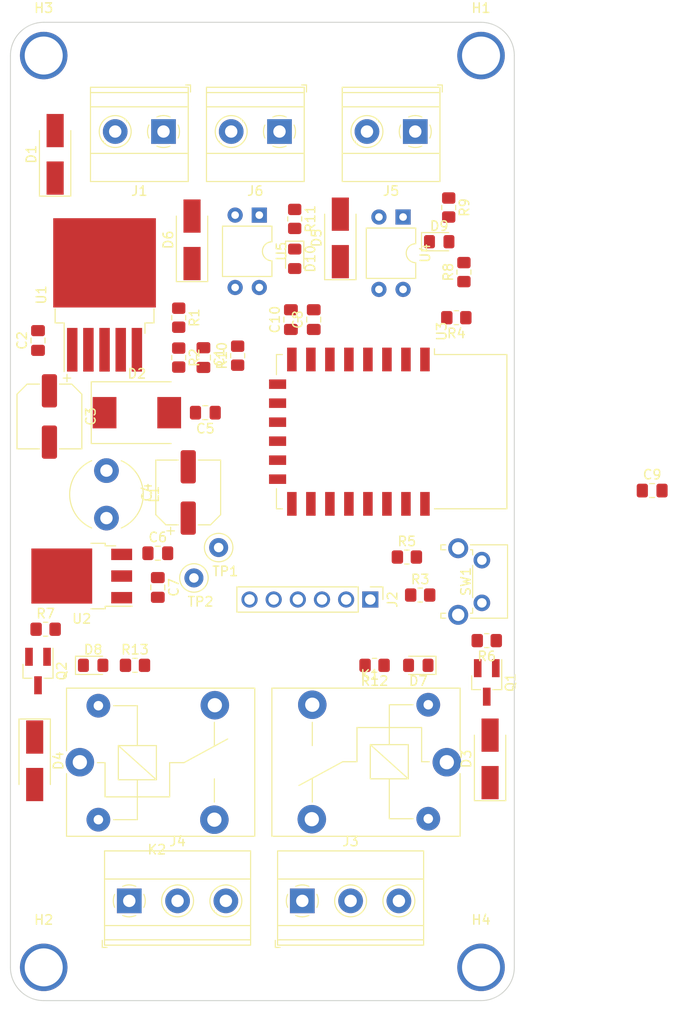
<source format=kicad_pcb>
(kicad_pcb (version 20211014) (generator pcbnew)
  (layers (0 "F.Cu" signal) (31 "B.Cu" signal) (34 "B.Paste" user) (35 "F.Paste" user) (36 "B.SilkS" user "B.Silkscreen") (37 "F.SilkS" user "F.Silkscreen") (38 "B.Mask" user) (39 "F.Mask" user) (44 "Edge.Cuts" user))
  (net 0 "")
  (net 1 "Net-(C1-Pad1)")
  (net 2 "+5V")
  (net 3 "GND")
  (net 4 "+3V3")
  (net 5 "/fuente/VIN")
  (net 6 "Net-(D2-Pad1)")
  (net 7 "Net-(D3-Pad2)")
  (net 8 "Net-(D4-Pad2)")
  (net 9 "Net-(D5-Pad1)")
  (net 10 "Net-(D6-Pad1)")
  (net 11 "Net-(J2-Pad1)")
  (net 12 "Net-(J2-Pad2)")
  (net 13 "Net-(J2-Pad3)")
  (net 14 "Net-(J2-Pad4)")
  (net 15 "Net-(J3-Pad1)")
  (net 16 "Net-(J3-Pad2)")
  (net 17 "Net-(J3-Pad3)")
  (net 18 "Net-(J4-Pad2)")
  (net 19 "/core/GPIO12")
  (net 20 "/core/GPIO13")
  (net 21 "Net-(R5-Pad2)")
  (net 22 "/core/GPIO4")
  (net 23 "/core/GPIO5")
  (net 38 "Net-(K2-Pad3)")
  (net 39 "Net-(K2-Pad4)")
  (net 40 "Net-(D7-Pad2)")
  (net 41 "Net-(D8-Pad2)")
  (net 42 "+VSW")
  (net 43 "Net-(U4-Pad1)")
  (net 44 "Net-(U5-Pad1)")
  (net 45 "Net-(J5-Pad2)")
  (net 46 "Net-(J6-Pad2)")
  (footprint "LED_SMD:LED_0805_2012Metric_Pad1.15x1.40mm_HandSolder" (layer "F.Cu") (at 63.6 41.6)
    (fp_text reference "D9" (at 0 -1.65) (layer "F.SilkS"))
    (fp_text value "LED")
    (pad "1" smd roundrect (at -1.025 0) (size 1.15 1.4) (layers "F.Cu" "F.Paste" "F.Mask") (roundrect_rratio 0.217391) (net 43 "Net-(U4-Pad1)"))
    (pad "2" smd roundrect (at 1.025 0) (size 1.15 1.4) (layers "F.Cu" "F.Paste" "F.Mask") (roundrect_rratio 0.217391) (net 9 "Net-(D5-Pad1)"))
  )
  (footprint "MountingHole:MountingHole_4mm_Pad" (layer "F.Cu") (at 68 118)
    (fp_text reference "H4" (at 0 -5) (layer "F.SilkS"))
    (fp_text value "4mm")
    (pad "1" thru_hole circle (at 0 0) (size 5 5) (drill 4) (layers *.Cu *.Mask))
  )
  (footprint "TerminalBlock_Phoenix:TerminalBlock_Phoenix_MKDS-1,5-3-5.08_1x03_P5.08mm_Horizontal" (layer "F.Cu") (at 31 111)
    (fp_text reference "J4" (at 5.08 -6.26) (layer "F.SilkS"))
    (fp_text value "BORNERA-3")
    (pad "1" thru_hole rect (at 0 0) (size 2.6 2.6) (drill 1.3) (layers *.Cu *.Mask) (net 38 "Net-(K2-Pad3)"))
    (pad "2" thru_hole circle (at 5.08 0) (size 2.6 2.6) (drill 1.3) (layers *.Cu *.Mask) (net 18 "Net-(J4-Pad2)"))
    (pad "3" thru_hole circle (at 10.16 0) (size 2.6 2.6) (drill 1.3) (layers *.Cu *.Mask) (net 39 "Net-(K2-Pad4)"))
  )
  (footprint "Capacitor_SMD:C_0805_2012Metric_Pad1.18x1.45mm_HandSolder" (layer "F.Cu") (at 48 49.8 90)
    (fp_text reference "C10" (at 0 -1.68 90) (layer "F.SilkS"))
    (fp_text value "4,7uF")
    (pad "1" smd roundrect (at -1.0375 0 90) (size 1.175 1.45) (layers "F.Cu" "F.Paste" "F.Mask") (roundrect_rratio 0.212766) (net 4 "+3V3"))
    (pad "2" smd roundrect (at 1.0375 0 90) (size 1.175 1.45) (layers "F.Cu" "F.Paste" "F.Mask") (roundrect_rratio 0.212766) (net 3 "GND"))
  )
  (footprint "Button_Switch_THT:SW_Tactile_SPST_Angled_PTS645Vx39-2LFS" (layer "F.Cu") (at 68.0875 75.125 -90)
    (fp_text reference "SW1" (at 2.25 1.68 90) (layer "F.SilkS"))
    (fp_text value "TACT-SWITCH 7 mm")
    (pad "" thru_hole circle (at 5.76 2.49 270) (size 2.1 2.1) (drill 1.3) (layers *.Cu *.Mask))
    (pad "" thru_hole circle (at -1.25 2.49 270) (size 2.1 2.1) (drill 1.3) (layers *.Cu *.Mask))
    (pad "1" thru_hole circle (at 0 0 270) (size 1.75 1.75) (drill 1) (layers *.Cu *.Mask) (net 21 "Net-(R5-Pad2)"))
    (pad "2" thru_hole circle (at 4.5 0 270) (size 1.75 1.75) (drill 1) (layers *.Cu *.Mask) (net 3 "GND"))
  )
  (footprint "LED_SMD:LED_0805_2012Metric_Pad1.15x1.40mm_HandSolder" (layer "F.Cu") (at 61.4 86.2 180)
    (fp_text reference "D7" (at 0 -1.65) (layer "F.SilkS"))
    (fp_text value "LED")
    (pad "1" smd roundrect (at -1.025 0 180) (size 1.15 1.4) (layers "F.Cu" "F.Paste" "F.Mask") (roundrect_rratio 0.217391) (net 7 "Net-(D3-Pad2)"))
    (pad "2" smd roundrect (at 1.025 0 180) (size 1.15 1.4) (layers "F.Cu" "F.Paste" "F.Mask") (roundrect_rratio 0.217391) (net 40 "Net-(D7-Pad2)"))
  )
  (footprint "TerminalBlock_Phoenix:TerminalBlock_Phoenix_MKDS-1,5-2-5.08_1x02_P5.08mm_Horizontal" (layer "F.Cu") (at 34.6 30 180)
    (fp_text reference "J1" (at 2.54 -6.26) (layer "F.SilkS"))
    (fp_text value "BORNERA-2")
    (pad "1" thru_hole rect (at 0 0 180) (size 2.6 2.6) (drill 1.3) (layers *.Cu *.Mask) (net 3 "GND"))
    (pad "2" thru_hole circle (at 5.08 0 180) (size 2.6 2.6) (drill 1.3) (layers *.Cu *.Mask) (net 5 "/fuente/VIN"))
  )
  (footprint "Capacitor_SMD:CP_Elec_6.3x7.7" (layer "F.Cu") (at 37.2 68 90)
    (fp_text reference "C4" (at 0 -4.35 90) (layer "F.SilkS"))
    (fp_text value "220uF 16V")
    (pad "1" smd roundrect (at -2.7 0 90) (size 3.5 1.6) (layers "F.Cu" "F.Paste" "F.Mask") (roundrect_rratio 0.15625) (net 2 "+5V"))
    (pad "2" smd roundrect (at 2.7 0 90) (size 3.5 1.6) (layers "F.Cu" "F.Paste" "F.Mask") (roundrect_rratio 0.15625) (net 3 "GND"))
  )
  (footprint "Capacitor_SMD:C_0805_2012Metric_Pad1.18x1.45mm_HandSolder" (layer "F.Cu") (at 38.8 53.8 -90)
    (fp_text reference "C1" (at 0 -1.68 90) (layer "F.SilkS"))
    (fp_text value "4,7nF")
    (pad "1" smd roundrect (at -1.0375 0 270) (size 1.175 1.45) (layers "F.Cu" "F.Paste" "F.Mask") (roundrect_rratio 0.212766) (net 1 "Net-(C1-Pad1)"))
    (pad "2" smd roundrect (at 1.0375 0 270) (size 1.175 1.45) (layers "F.Cu" "F.Paste" "F.Mask") (roundrect_rratio 0.212766) (net 2 "+5V"))
  )
  (footprint "Diode_SMD:D_SMA_Handsoldering" (layer "F.Cu") (at 23.2 32.4 90)
    (fp_text reference "D1" (at 0 -2.5 90) (layer "F.SilkS"))
    (fp_text value "SM4007")
    (pad "1" smd rect (at -2.5 0 90) (size 3.5 1.8) (layers "F.Cu" "F.Paste" "F.Mask") (net 42 "+VSW"))
    (pad "2" smd rect (at 2.5 0 90) (size 3.5 1.8) (layers "F.Cu" "F.Paste" "F.Mask") (net 5 "/fuente/VIN"))
  )
  (footprint "Resistor_SMD:R_0805_2012Metric_Pad1.20x1.40mm_HandSolder" (layer "F.Cu") (at 68.6 83.6 180)
    (fp_text reference "R6" (at 0 -1.65) (layer "F.SilkS"))
    (fp_text value "10K")
    (pad "1" smd roundrect (at -1 0 180) (size 1.2 1.4) (layers "F.Cu" "F.Paste" "F.Mask") (roundrect_rratio 0.208333) (net 19 "/core/GPIO12"))
    (pad "2" smd roundrect (at 1 0 180) (size 1.2 1.4) (layers "F.Cu" "F.Paste" "F.Mask") (roundrect_rratio 0.208333) (net 3 "GND"))
  )
  (footprint "Relay_THT:Relay_SPDT_SANYOU_SRD_Series_Form_C" (layer "F.Cu") (at 64.4 96.4 180)
    (fp_text reference "K1" (at 8.1 9.2) (layer "F.SilkS"))
    (fp_text value "SANYOU_SRD_Form_C")
    (pad "1" thru_hole circle (at 0 0 270) (size 3 3) (drill 1.5) (layers *.Cu *.Mask) (net 16 "Net-(J3-Pad2)"))
    (pad "2" thru_hole circle (at 1.95 6.05 270) (size 2.5 2.5) (drill 1) (layers *.Cu *.Mask) (net 7 "Net-(D3-Pad2)"))
    (pad "3" thru_hole circle (at 14.15 6.05 270) (size 3 3) (drill 1.5) (layers *.Cu *.Mask) (net 15 "Net-(J3-Pad1)"))
    (pad "4" thru_hole circle (at 14.2 -6 270) (size 3 3) (drill 1.5) (layers *.Cu *.Mask) (net 17 "Net-(J3-Pad3)"))
    (pad "5" thru_hole circle (at 1.95 -5.95 270) (size 2.5 2.5) (drill 1) (layers *.Cu *.Mask) (net 2 "+5V"))
  )
  (footprint "Resistor_SMD:R_0805_2012Metric_Pad1.20x1.40mm_HandSolder" (layer "F.Cu") (at 22.2 82.4)
    (fp_text reference "R7" (at 0 -1.65) (layer "F.SilkS"))
    (fp_text value "10K")
    (pad "1" smd roundrect (at -1 0) (size 1.2 1.4) (layers "F.Cu" "F.Paste" "F.Mask") (roundrect_rratio 0.208333) (net 20 "/core/GPIO13"))
    (pad "2" smd roundrect (at 1 0) (size 1.2 1.4) (layers "F.Cu" "F.Paste" "F.Mask") (roundrect_rratio 0.208333) (net 3 "GND"))
  )
  (footprint "MountingHole:MountingHole_4mm_Pad" (layer "F.Cu") (at 22 118)
    (fp_text reference "H2" (at 0 -5) (layer "F.SilkS"))
    (fp_text value "4mm")
    (pad "1" thru_hole circle (at 0 0) (size 5 5) (drill 4) (layers *.Cu *.Mask))
  )
  (footprint "Relay_THT:Relay_SPDT_SANYOU_SRD_Series_Form_C" (layer "F.Cu") (at 25.8 96.4)
    (fp_text reference "K2" (at 8.1 9.2) (layer "F.SilkS"))
    (fp_text value "SANYOU_SRD_Form_C")
    (pad "1" thru_hole circle (at 0 0 90) (size 3 3) (drill 1.5) (layers *.Cu *.Mask) (net 18 "Net-(J4-Pad2)"))
    (pad "2" thru_hole circle (at 1.95 6.05 90) (size 2.5 2.5) (drill 1) (layers *.Cu *.Mask) (net 8 "Net-(D4-Pad2)"))
    (pad "3" thru_hole circle (at 14.15 6.05 90) (size 3 3) (drill 1.5) (layers *.Cu *.Mask) (net 38 "Net-(K2-Pad3)"))
    (pad "4" thru_hole circle (at 14.2 -6 90) (size 3 3) (drill 1.5) (layers *.Cu *.Mask) (net 39 "Net-(K2-Pad4)"))
    (pad "5" thru_hole circle (at 1.95 -5.95 90) (size 2.5 2.5) (drill 1) (layers *.Cu *.Mask) (net 2 "+5V"))
  )
  (footprint "Resistor_SMD:R_0805_2012Metric_Pad1.20x1.40mm_HandSolder" (layer "F.Cu") (at 36.2 53.8 -90)
    (fp_text reference "R2" (at 0 -1.65 90) (layer "F.SilkS"))
    (fp_text value "3,1K")
    (pad "1" smd roundrect (at -1 0 270) (size 1.2 1.4) (layers "F.Cu" "F.Paste" "F.Mask") (roundrect_rratio 0.208333) (net 1 "Net-(C1-Pad1)"))
    (pad "2" smd roundrect (at 1 0 270) (size 1.2 1.4) (layers "F.Cu" "F.Paste" "F.Mask") (roundrect_rratio 0.208333) (net 2 "+5V"))
  )
  (footprint "RF_Module:ESP-12E" (layer "F.Cu") (at 58.6 61.6 -90)
    (fp_text reference "U3" (at -10.56 -5.26 90) (layer "F.SilkS"))
    (fp_text value "ESP-12F")
    (pad "1" smd rect (at -7.6 -3.5 270) (size 2.5 1) (layers "F.Cu" "F.Paste" "F.Mask") (net 13 "Net-(J2-Pad3)"))
    (pad "2" smd rect (at -7.6 -1.5 270) (size 2.5 1) (layers "F.Cu" "F.Paste" "F.Mask") (net 3 "GND"))
    (pad "3" smd rect (at -7.6 0.5 270) (size 2.5 1) (layers "F.Cu" "F.Paste" "F.Mask") (net 4 "+3V3"))
    (pad "4" smd rect (at -7.6 2.5 270) (size 2.5 1) (layers "F.Cu" "F.Paste" "F.Mask") (net 21 "Net-(R5-Pad2)"))
    (pad "5" smd rect (at -7.6 4.5 270) (size 2.5 1) (layers "F.Cu" "F.Paste" "F.Mask"))
    (pad "6" smd rect (at -7.6 6.5 270) (size 2.5 1) (layers "F.Cu" "F.Paste" "F.Mask") (net 19 "/core/GPIO12"))
    (pad "7" smd rect (at -7.6 8.5 270) (size 2.5 1) (layers "F.Cu" "F.Paste" "F.Mask") (net 20 "/core/GPIO13"))
    (pad "8" smd rect (at -7.6 10.5 270) (size 2.5 1) (layers "F.Cu" "F.Paste" "F.Mask") (net 4 "+3V3"))
    (pad "9" smd rect (at -5 12 270) (size 1 1.8) (layers "F.Cu" "F.Paste" "F.Mask"))
    (pad "10" smd rect (at -3 12 270) (size 1 1.8) (layers "F.Cu" "F.Paste" "F.Mask"))
    (pad "11" smd rect (at -1 12 270) (size 1 1.8) (layers "F.Cu" "F.Paste" "F.Mask"))
    (pad "12" smd rect (at 1 12 270) (size 1 1.8) (layers "F.Cu" "F.Paste" "F.Mask"))
    (pad "13" smd rect (at 3 12 270) (size 1 1.8) (layers "F.Cu" "F.Paste" "F.Mask"))
    (pad "14" smd rect (at 5 12 270) (size 1 1.8) (layers "F.Cu" "F.Paste" "F.Mask"))
    (pad "15" smd rect (at 7.6 10.5 270) (size 2.5 1) (layers "F.Cu" "F.Paste" "F.Mask") (net 3 "GND"))
    (pad "16" smd rect (at 7.6 8.5 270) (size 2.5 1) (layers "F.Cu" "F.Paste" "F.Mask"))
    (pad "17" smd rect (at 7.6 6.5 270) (size 2.5 1) (layers "F.Cu" "F.Paste" "F.Mask"))
    (pad "18" smd rect (at 7.6 4.5 270) (size 2.5 1) (layers "F.Cu" "F.Paste" "F.Mask") (net 11 "Net-(J2-Pad1)"))
    (pad "19" smd rect (at 7.6 2.5 270) (size 2.5 1) (layers "F.Cu" "F.Paste" "F.Mask") (net 22 "/core/GPIO4"))
    (pad "20" smd rect (at 7.6 0.5 270) (size 2.5 1) (layers "F.Cu" "F.Paste" "F.Mask") (net 23 "/core/GPIO5"))
    (pad "21" smd rect (at 7.6 -1.5 270) (size 2.5 1) (layers "F.Cu" "F.Paste" "F.Mask") (net 14 "Net-(J2-Pad4)"))
    (pad "22" smd rect (at 7.6 -3.5 270) (size 2.5 1) (layers "F.Cu" "F.Paste" "F.Mask") (net 12 "Net-(J2-Pad2)"))
  )
  (footprint "Resistor_SMD:R_0805_2012Metric_Pad1.20x1.40mm_HandSolder" (layer "F.Cu") (at 61.6 78.8)
    (fp_text reference "R3" (at 0 -1.65) (layer "F.SilkS"))
    (fp_text value "10K")
    (pad "1" smd roundrect (at -1 0) (size 1.2 1.4) (layers "F.Cu" "F.Paste" "F.Mask") (roundrect_rratio 0.208333) (net 11 "Net-(J2-Pad1)"))
    (pad "2" smd roundrect (at 1 0) (size 1.2 1.4) (layers "F.Cu" "F.Paste" "F.Mask") (roundrect_rratio 0.208333) (net 4 "+3V3"))
  )
  (footprint "Capacitor_SMD:CP_Elec_6.3x7.7" (layer "F.Cu") (at 22.6 60 -90)
    (fp_text reference "C3" (at 0 -4.35 90) (layer "F.SilkS"))
    (fp_text value "100uF 35V")
    (pad "1" smd roundrect (at -2.7 0 270) (size 3.5 1.6) (layers "F.Cu" "F.Paste" "F.Mask") (roundrect_rratio 0.15625) (net 42 "+VSW"))
    (pad "2" smd roundrect (at 2.7 0 270) (size 3.5 1.6) (layers "F.Cu" "F.Paste" "F.Mask") (roundrect_rratio 0.15625) (net 3 "GND"))
  )
  (footprint "Diode_SMD:D_SMA_Handsoldering" (layer "F.Cu") (at 68.95 96.05 90)
    (fp_text reference "D3" (at 0 -2.5 90) (layer "F.SilkS"))
    (fp_text value "SM4007")
    (pad "1" smd rect (at -2.5 0 90) (size 3.5 1.8) (layers "F.Cu" "F.Paste" "F.Mask") (net 2 "+5V"))
    (pad "2" smd rect (at 2.5 0 90) (size 3.5 1.8) (layers "F.Cu" "F.Paste" "F.Mask") (net 7 "Net-(D3-Pad2)"))
  )
  (footprint "Resistor_SMD:R_0805_2012Metric_Pad1.20x1.40mm_HandSolder" (layer "F.Cu") (at 56.8 86.2 180)
    (fp_text reference "R12" (at 0 -1.65) (layer "F.SilkS"))
    (fp_text value "1K")
    (pad "1" smd roundrect (at -1 0 180) (size 1.2 1.4) (layers "F.Cu" "F.Paste" "F.Mask") (roundrect_rratio 0.208333) (net 40 "Net-(D7-Pad2)"))
    (pad "2" smd roundrect (at 1 0 180) (size 1.2 1.4) (layers "F.Cu" "F.Paste" "F.Mask") (roundrect_rratio 0.208333) (net 2 "+5V"))
  )
  (footprint "Capacitor_SMD:C_0805_2012Metric_Pad1.18x1.45mm_HandSolder" (layer "F.Cu") (at 86 67.8)
    (fp_text reference "C9" (at 0 -1.68) (layer "F.SilkS"))
    (fp_text value "4,7uF")
    (pad "1" smd roundrect (at -1.0375 0) (size 1.175 1.45) (layers "F.Cu" "F.Paste" "F.Mask") (roundrect_rratio 0.212766) (net 4 "+3V3"))
    (pad "2" smd roundrect (at 1.0375 0) (size 1.175 1.45) (layers "F.Cu" "F.Paste" "F.Mask") (roundrect_rratio 0.212766) (net 3 "GND"))
  )
  (footprint "LED_SMD:LED_0805_2012Metric_Pad1.15x1.40mm_HandSolder" (layer "F.Cu") (at 27.2 86.2)
    (fp_text reference "D8" (at 0 -1.65) (layer "F.SilkS"))
    (fp_text value "LED")
    (pad "1" smd roundrect (at -1.025 0) (size 1.15 1.4) (layers "F.Cu" "F.Paste" "F.Mask") (roundrect_rratio 0.217391) (net 8 "Net-(D4-Pad2)"))
    (pad "2" smd roundrect (at 1.025 0) (size 1.15 1.4) (layers "F.Cu" "F.Paste" "F.Mask") (roundrect_rratio 0.217391) (net 41 "Net-(D8-Pad2)"))
  )
  (footprint "Package_TO_SOT_SMD:SOT-23_Handsoldering" (layer "F.Cu") (at 68.6 88 -90)
    (fp_text reference "Q1" (at 0 -2.5 90) (layer "F.SilkS"))
    (fp_text value "2N7002K")
    (pad "1" smd rect (at -1.5 -0.95 270) (size 1.9 0.8) (layers "F.Cu" "F.Paste" "F.Mask") (net 19 "/core/GPIO12"))
    (pad "2" smd rect (at -1.5 0.95 270) (size 1.9 0.8) (layers "F.Cu" "F.Paste" "F.Mask") (net 3 "GND"))
    (pad "3" smd rect (at 1.5 0 270) (size 1.9 0.8) (layers "F.Cu" "F.Paste" "F.Mask") (net 7 "Net-(D3-Pad2)"))
  )
  (footprint "Package_DIP:DIP-4_W7.62mm" (layer "F.Cu") (at 59.8 39 -90)
    (fp_text reference "U4" (at 3.81 -2.33 90) (layer "F.SilkS"))
    (fp_text value "TLP621")
    (pad "1" thru_hole rect (at 0 0 270) (size 1.6 1.6) (drill 0.8) (layers *.Cu *.Mask) (net 43 "Net-(U4-Pad1)"))
    (pad "2" thru_hole oval (at 0 2.54 270) (size 1.6 1.6) (drill 0.8) (layers *.Cu *.Mask) (net 3 "GND"))
    (pad "3" thru_hole oval (at 7.62 2.54 270) (size 1.6 1.6) (drill 0.8) (layers *.Cu *.Mask) (net 3 "GND"))
    (pad "4" thru_hole oval (at 7.62 0 270) (size 1.6 1.6) (drill 0.8) (layers *.Cu *.Mask) (net 22 "/core/GPIO4"))
  )
  (footprint "Connector_PinHeader_2.54mm:PinHeader_1x06_P2.54mm_Vertical" (layer "F.Cu") (at 56.35 79.27 -90)
    (fp_text reference "J2" (at 0 -2.33 90) (layer "F.SilkS"))
    (fp_text value "Conn_01x06_Male")
    (pad "1" thru_hole rect (at 0 0 270) (size 1.7 1.7) (drill 1.1) (layers *.Cu *.Mask) (net 11 "Net-(J2-Pad1)"))
    (pad "2" thru_hole oval (at 0 2.54 270) (size 1.7 1.7) (drill 1.1) (layers *.Cu *.Mask) (net 12 "Net-(J2-Pad2)"))
    (pad "3" thru_hole oval (at 0 5.08 270) (size 1.7 1.7) (drill 1.1) (layers *.Cu *.Mask) (net 13 "Net-(J2-Pad3)"))
    (pad "4" thru_hole oval (at 0 7.62 270) (size 1.7 1.7) (drill 1.1) (layers *.Cu *.Mask) (net 14 "Net-(J2-Pad4)"))
    (pad "5" thru_hole oval (at 0 10.16 270) (size 1.7 1.7) (drill 1.1) (layers *.Cu *.Mask) (net 3 "GND"))
    (pad "6" thru_hole oval (at 0 12.7 270) (size 1.7 1.7) (drill 1.1) (layers *.Cu *.Mask))
  )
  (footprint "TestPoint:TestPoint_Loop_D2.50mm_Drill1.0mm" (layer "F.Cu") (at 40.4 73.8)
    (fp_text reference "TP1" (at 0.7 2.5) (layer "F.SilkS"))
    (fp_text value "TP5V")
    (pad "1" thru_hole circle (at 0 0) (size 2 2) (drill 1) (layers *.Cu *.Mask) (net 2 "+5V"))
  )
  (footprint "TestPoint:TestPoint_Loop_D2.50mm_Drill1.0mm" (layer "F.Cu") (at 37.8 77)
    (fp_text reference "TP2" (at 0.7 2.5) (layer "F.SilkS"))
    (fp_text value "TP3V3")
    (pad "1" thru_hole circle (at 0 0) (size 2 2) (drill 1) (layers *.Cu *.Mask) (net 4 "+3V3"))
  )
  (footprint "Capacitor_SMD:C_0805_2012Metric_Pad1.18x1.45mm_HandSolder" (layer "F.Cu") (at 50.4 49.8 90)
    (fp_text reference "C8" (at 0 -1.68 90) (layer "F.SilkS"))
    (fp_text value "100nF 50V")
    (pad "1" smd roundrect (at -1.0375 0 90) (size 1.175 1.45) (layers "F.Cu" "F.Paste" "F.Mask") (roundrect_rratio 0.212766) (net 4 "+3V3"))
    (pad "2" smd roundrect (at 1.0375 0 90) (size 1.175 1.45) (layers "F.Cu" "F.Paste" "F.Mask") (roundrect_rratio 0.212766) (net 3 "GND"))
  )
  (footprint "Resistor_SMD:R_0805_2012Metric_Pad1.20x1.40mm_HandSolder" (layer "F.Cu") (at 65.4 49.6 180)
    (fp_text reference "R4" (at 0 -1.65) (layer "F.SilkS"))
    (fp_text value "10K")
    (pad "1" smd roundrect (at -1 0 180) (size 1.2 1.4) (layers "F.Cu" "F.Paste" "F.Mask") (roundrect_rratio 0.208333) (net 13 "Net-(J2-Pad3)"))
    (pad "2" smd roundrect (at 1 0 180) (size 1.2 1.4) (layers "F.Cu" "F.Paste" "F.Mask") (roundrect_rratio 0.208333) (net 4 "+3V3"))
  )
  (footprint "Package_TO_SOT_SMD:TO-252-3_TabPin2" (layer "F.Cu") (at 26 76.8 180)
    (fp_text reference "U2" (at 0 -4.5) (layer "F.SilkS"))
    (fp_text value "LM1117-3.3")
    (pad "1" smd rect (at -4.2 -2.28 180) (size 2.2 1.2) (layers "F.Cu" "F.Paste" "F.Mask") (net 3 "GND"))
    (pad "2" smd rect (at -4.2 0 180) (size 2.2 1.2) (layers "F.Cu" "F.Paste" "F.Mask") (net 4 "+3V3"))
    (pad "2" smd rect (at 2.1 0 180) (size 6.4 5.8) (layers "F.Cu" "F.Mask") (net 4 "+3V3"))
    (pad "3" smd rect (at -4.2 2.28 180) (size 2.2 1.2) (layers "F.Cu" "F.Paste" "F.Mask") (net 2 "+5V"))
  )
  (footprint "TerminalBlock_Phoenix:TerminalBlock_Phoenix_MKDS-1,5-2-5.08_1x02_P5.08mm_Horizontal" (layer "F.Cu") (at 61.08 30 180)
    (fp_text reference "J5" (at 2.54 -6.26) (layer "F.SilkS"))
    (fp_text value "BORNERA-2")
    (pad "1" thru_hole rect (at 0 0 180) (size 2.6 2.6) (drill 1.3) (layers *.Cu *.Mask) (net 42 "+VSW"))
    (pad "2" thru_hole circle (at 5.08 0 180) (size 2.6 2.6) (drill 1.3) (layers *.Cu *.Mask) (net 45 "Net-(J5-Pad2)"))
  )
  (footprint "Diode_SMD:D_SMC" (layer "F.Cu") (at 31.8 59.6)
    (fp_text reference "D2" (at 0 -4.1) (layer "F.SilkS"))
    (fp_text value "B340")
    (pad "1" smd rect (at -3.4 0 90) (size 3.3 2.5) (layers "F.Cu" "F.Paste" "F.Mask") (net 6 "Net-(D2-Pad1)"))
    (pad "2" smd rect (at 3.4 0 90) (size 3.3 2.5) (layers "F.Cu" "F.Paste" "F.Mask") (net 3 "GND"))
  )
  (footprint "Package_TO_SOT_SMD:SOT-23_Handsoldering" (layer "F.Cu") (at 21.4 86.8 -90)
    (fp_text reference "Q2" (at 0 -2.5 90) (layer "F.SilkS"))
    (fp_text value "2N7002K")
    (pad "1" smd rect (at -1.5 -0.95 270) (size 1.9 0.8) (layers "F.Cu" "F.Paste" "F.Mask") (net 20 "/core/GPIO13"))
    (pad "2" smd rect (at -1.5 0.95 270) (size 1.9 0.8) (layers "F.Cu" "F.Paste" "F.Mask") (net 3 "GND"))
    (pad "3" smd rect (at 1.5 0 270) (size 1.9 0.8) (layers "F.Cu" "F.Paste" "F.Mask") (net 8 "Net-(D4-Pad2)"))
  )
  (footprint "Resistor_SMD:R_0805_2012Metric_Pad1.20x1.40mm_HandSolder" (layer "F.Cu") (at 60.2 74.8)
    (fp_text reference "R5" (at 0 -1.65) (layer "F.SilkS"))
    (fp_text value "10K")
    (pad "1" smd roundrect (at -1 0) (size 1.2 1.4) (layers "F.Cu" "F.Paste" "F.Mask") (roundrect_rratio 0.208333) (net 4 "+3V3"))
    (pad "2" smd roundrect (at 1 0) (size 1.2 1.4) (layers "F.Cu" "F.Paste" "F.Mask") (roundrect_rratio 0.208333) (net 21 "Net-(R5-Pad2)"))
  )
  (footprint "Diode_SMD:D_SMA_Handsoldering" (layer "F.Cu") (at 37.6 41.4 90)
    (fp_text reference "D6" (at 0 -2.5 90) (layer "F.SilkS"))
    (fp_text value "SM4007")
    (pad "1" smd rect (at -2.5 0 90) (size 3.5 1.8) (layers "F.Cu" "F.Paste" "F.Mask") (net 10 "Net-(D6-Pad1)"))
    (pad "2" smd rect (at 2.5 0 90) (size 3.5 1.8) (layers "F.Cu" "F.Paste" "F.Mask") (net 3 "GND"))
  )
  (footprint "Resistor_SMD:R_0805_2012Metric_Pad1.20x1.40mm_HandSolder" (layer "F.Cu") (at 64.6 38 -90)
    (fp_text reference "R9" (at 0 -1.65 90) (layer "F.SilkS"))
    (fp_text value "10K")
    (pad "1" smd roundrect (at -1 0 270) (size 1.2 1.4) (layers "F.Cu" "F.Paste" "F.Mask") (roundrect_rratio 0.208333) (net 45 "Net-(J5-Pad2)"))
    (pad "2" smd roundrect (at 1 0 270) (size 1.2 1.4) (layers "F.Cu" "F.Paste" "F.Mask") (roundrect_rratio 0.208333) (net 9 "Net-(D5-Pad1)"))
  )
  (footprint "Package_DIP:DIP-4_W7.62mm" (layer "F.Cu") (at 44.675 38.8 -90)
    (fp_text reference "U5" (at 3.81 -2.33 90) (layer "F.SilkS"))
    (fp_text value "TLP621")
    (pad "1" thru_hole rect (at 0 0 270) (size 1.6 1.6) (drill 0.8) (layers *.Cu *.Mask) (net 44 "Net-(U5-Pad1)"))
    (pad "2" thru_hole oval (at 0 2.54 270) (size 1.6 1.6) (drill 0.8) (layers *.Cu *.Mask) (net 3 "GND"))
    (pad "3" thru_hole oval (at 7.62 2.54 270) (size 1.6 1.6) (drill 0.8) (layers *.Cu *.Mask) (net 3 "GND"))
    (pad "4" thru_hole oval (at 7.62 0 270) (size 1.6 1.6) (drill 0.8) (layers *.Cu *.Mask) (net 23 "/core/GPIO5"))
  )
  (footprint "Package_TO_SOT_SMD:TO-263-5_TabPin3" (layer "F.Cu") (at 28.4 47.2 90)
    (fp_text reference "U1" (at 0 -6.65 90) (layer "F.SilkS"))
    (fp_text value "LM2596S-ADJ")
    (pad "1" smd rect (at -5.775 -3.4 90) (size 4.6 1.1) (layers "F.Cu" "F.Paste" "F.Mask") (net 42 "+VSW"))
    (pad "2" smd rect (at -5.775 -1.7 90) (size 4.6 1.1) (layers "F.Cu" "F.Paste" "F.Mask") (net 6 "Net-(D2-Pad1)"))
    (pad "3" smd rect (at 3.375 0 90) (size 9.4 10.8) (layers "F.Cu" "F.Mask") (net 3 "GND"))
    (pad "3" smd rect (at -5.775 0 90) (size 4.6 1.1) (layers "F.Cu" "F.Paste" "F.Mask") (net 3 "GND"))
    (pad "4" smd rect (at -5.775 1.7 90) (size 4.6 1.1) (layers "F.Cu" "F.Paste" "F.Mask") (net 1 "Net-(C1-Pad1)"))
    (pad "5" smd rect (at -5.775 3.4 90) (size 4.6 1.1) (layers "F.Cu" "F.Paste" "F.Mask") (net 3 "GND"))
  )
  (footprint "TerminalBlock_Phoenix:TerminalBlock_Phoenix_MKDS-1,5-2-5.08_1x02_P5.08mm_Horizontal" (layer "F.Cu") (at 46.8 30 180)
    (fp_text reference "J6" (at 2.54 -6.26) (layer "F.SilkS"))
    (fp_text value "BORNERA-2")
    (pad "1" thru_hole rect (at 0 0 180) (size 2.6 2.6) (drill 1.3) (layers *.Cu *.Mask) (net 42 "+VSW"))
    (pad "2" thru_hole circle (at 5.08 0 180) (size 2.6 2.6) (drill 1.3) (layers *.Cu *.Mask) (net 46 "Net-(J6-Pad2)"))
  )
  (footprint "Resistor_SMD:R_0805_2012Metric_Pad1.20x1.40mm_HandSolder" (layer "F.Cu") (at 42.4 53.6 90)
    (fp_text reference "R10" (at 0 -1.65 90) (layer "F.SilkS"))
    (fp_text value "10K")
    (pad "1" smd roundrect (at -1 0 90) (size 1.2 1.4) (layers "F.Cu" "F.Paste" "F.Mask") (roundrect_rratio 0.208333) (net 4 "+3V3"))
    (pad "2" smd roundrect (at 1 0 90) (size 1.2 1.4) (layers "F.Cu" "F.Paste" "F.Mask") (roundrect_rratio 0.208333) (net 23 "/core/GPIO5"))
  )
  (footprint "Resistor_SMD:R_0805_2012Metric_Pad1.20x1.40mm_HandSolder" (layer "F.Cu") (at 66.2 44.8 90)
    (fp_text reference "R8" (at 0 -1.65 90) (layer "F.SilkS"))
    (fp_text value "10K")
    (pad "1" smd roundrect (at -1 0 90) (size 1.2 1.4) (layers "F.Cu" "F.Paste" "F.Mask") (roundrect_rratio 0.208333) (net 4 "+3V3"))
    (pad "2" smd roundrect (at 1 0 90) (size 1.2 1.4) (layers "F.Cu" "F.Paste" "F.Mask") (roundrect_rratio 0.208333) (net 22 "/core/GPIO4"))
  )
  (footprint "Capacitor_SMD:C_0805_2012Metric_Pad1.18x1.45mm_HandSolder" (layer "F.Cu") (at 34 78 -90)
    (fp_text reference "C7" (at 0 -1.68 90) (layer "F.SilkS"))
    (fp_text value "4,7uF")
    (pad "1" smd roundrect (at -1.0375 0 270) (size 1.175 1.45) (layers "F.Cu" "F.Paste" "F.Mask") (roundrect_rratio 0.212766) (net 4 "+3V3"))
    (pad "2" smd roundrect (at 1.0375 0 270) (size 1.175 1.45) (layers "F.Cu" "F.Paste" "F.Mask") (roundrect_rratio 0.212766) (net 3 "GND"))
  )
  (footprint "Capacitor_SMD:C_0805_2012Metric_Pad1.18x1.45mm_HandSolder" (layer "F.Cu") (at 39 59.6 180)
    (fp_text reference "C5" (at 0 -1.68) (layer "F.SilkS"))
    (fp_text value "100nF 50V")
    (pad "1" smd roundrect (at -1.0375 0 180) (size 1.175 1.45) (layers "F.Cu" "F.Paste" "F.Mask") (roundrect_rratio 0.212766) (net 2 "+5V"))
    (pad "2" smd roundrect (at 1.0375 0 180) (size 1.175 1.45) (layers "F.Cu" "F.Paste" "F.Mask") (roundrect_rratio 0.212766) (net 3 "GND"))
  )
  (footprint "Resistor_SMD:R_0805_2012Metric_Pad1.20x1.40mm_HandSolder" (layer "F.Cu") (at 48.4 39.2 -90)
    (fp_text reference "R11" (at 0 -1.65 90) (layer "F.SilkS"))
    (fp_text value "10K")
    (pad "1" smd roundrect (at -1 0 270) (size 1.2 1.4) (layers "F.Cu" "F.Paste" "F.Mask") (roundrect_rratio 0.208333) (net 46 "Net-(J6-Pad2)"))
    (pad "2" smd roundrect (at 1 0 270) (size 1.2 1.4) (layers "F.Cu" "F.Paste" "F.Mask") (roundrect_rratio 0.208333) (net 10 "Net-(D6-Pad1)"))
  )
  (footprint "Diode_SMD:D_SMA_Handsoldering" (layer "F.Cu") (at 21.05 96.25 -90)
    (fp_text reference "D4" (at 0 -2.5 90) (layer "F.SilkS"))
    (fp_text value "SM4007")
    (pad "1" smd rect (at -2.5 0 270) (size 3.5 1.8) (layers "F.Cu" "F.Paste" "F.Mask") (net 2 "+5V"))
    (pad "2" smd rect (at 2.5 0 270) (size 3.5 1.8) (layers "F.Cu" "F.Paste" "F.Mask") (net 8 "Net-(D4-Pad2)"))
  )
  (footprint "Inductor_THT:L_Radial_D7.5mm_P5.00mm_Fastron_07P" (layer "F.Cu") (at 28.6 65.7 -90)
    (fp_text reference "L1" (at 2.5 -5 90) (layer "F.SilkS"))
    (fp_text value "47uH")
    (pad "1" thru_hole circle (at 0 0 270) (size 2.6 2.6) (drill 1.3) (layers *.Cu *.Mask) (net 6 "Net-(D2-Pad1)"))
    (pad "2" thru_hole circle (at 5 0 270) (size 2.6 2.6) (drill 1.3) (layers *.Cu *.Mask) (net 2 "+5V"))
  )
  (footprint "LED_SMD:LED_0805_2012Metric_Pad1.15x1.40mm_HandSolder" (layer "F.Cu") (at 48.4 43.4 -90)
    (fp_text reference "D10" (at 0 -1.65 90) (layer "F.SilkS"))
    (fp_text value "LED")
    (pad "1" smd roundrect (at -1.025 0 270) (size 1.15 1.4) (layers "F.Cu" "F.Paste" "F.Mask") (roundrect_rratio 0.217391) (net 44 "Net-(U5-Pad1)"))
    (pad "2" smd roundrect (at 1.025 0 270) (size 1.15 1.4) (layers "F.Cu" "F.Paste" "F.Mask") (roundrect_rratio 0.217391) (net 10 "Net-(D6-Pad1)"))
  )
  (footprint "Resistor_SMD:R_0805_2012Metric_Pad1.20x1.40mm_HandSolder" (layer "F.Cu") (at 31.6 86.2)
    (fp_text reference "R13" (at 0 -1.65) (layer "F.SilkS"))
    (fp_text value "1K")
    (pad "1" smd roundrect (at -1 0) (size 1.2 1.4) (layers "F.Cu" "F.Paste" "F.Mask") (roundrect_rratio 0.208333) (net 41 "Net-(D8-Pad2)"))
    (pad "2" smd roundrect (at 1 0) (size 1.2 1.4) (layers "F.Cu" "F.Paste" "F.Mask") (roundrect_rratio 0.208333) (net 2 "+5V"))
  )
  (footprint "Diode_SMD:D_SMA_Handsoldering" (layer "F.Cu") (at 53.2 41.2 90)
    (fp_text reference "D5" (at 0 -2.5 90) (layer "F.SilkS"))
    (fp_text value "SM4007")
    (pad "1" smd rect (at -2.5 0 90) (size 3.5 1.8) (layers "F.Cu" "F.Paste" "F.Mask") (net 9 "Net-(D5-Pad1)"))
    (pad "2" smd rect (at 2.5 0 90) (size 3.5 1.8) (layers "F.Cu" "F.Paste" "F.Mask") (net 3 "GND"))
  )
  (footprint "MountingHole:MountingHole_4mm_Pad" (layer "F.Cu") (at 22 22)
    (fp_text reference "H3" (at 0 -5) (layer "F.SilkS"))
    (fp_text value "4mm")
    (pad "1" thru_hole circle (at 0 0) (size 5 5) (drill 4) (layers *.Cu *.Mask))
  )
  (footprint "Capacitor_SMD:C_0805_2012Metric_Pad1.18x1.45mm_HandSolder" (layer "F.Cu") (at 34 74.4)
    (fp_text reference "C6" (at 0 -1.68) (layer "F.SilkS"))
    (fp_text value "4,7uF")
    (pad "1" smd roundrect (at -1.0375 0) (size 1.175 1.45) (layers "F.Cu" "F.Paste" "F.Mask") (roundrect_rratio 0.212766) (net 2 "+5V"))
    (pad "2" smd roundrect (at 1.0375 0) (size 1.175 1.45) (layers "F.Cu" "F.Paste" "F.Mask") (roundrect_rratio 0.212766) (net 3 "GND"))
  )
  (footprint "Resistor_SMD:R_0805_2012Metric_Pad1.20x1.40mm_HandSolder" (layer "F.Cu") (at 36.2 49.6 -90)
    (fp_text reference "R1" (at 0 -1.65 90) (layer "F.SilkS"))
    (fp_text value "1K")
    (pad "1" smd roundrect (at -1 0 270) (size 1.2 1.4) (layers "F.Cu" "F.Paste" "F.Mask") (roundrect_rratio 0.208333) (net 3 "GND"))
    (pad "2" smd roundrect (at 1 0 270) (size 1.2 1.4) (layers "F.Cu" "F.Paste" "F.Mask") (roundrect_rratio 0.208333) (net 1 "Net-(C1-Pad1)"))
  )
  (footprint "TerminalBlock_Phoenix:TerminalBlock_Phoenix_MKDS-1,5-3-5.08_1x03_P5.08mm_Horizontal" (layer "F.Cu") (at 49.2 111)
    (fp_text reference "J3" (at 5.08 -6.26) (layer "F.SilkS"))
    (fp_text value "BORNERA-3")
    (pad "1" thru_hole rect (at 0 0) (size 2.6 2.6) (drill 1.3) (layers *.Cu *.Mask) (net 15 "Net-(J3-Pad1)"))
    (pad "2" thru_hole circle (at 5.08 0) (size 2.6 2.6) (drill 1.3) (layers *.Cu *.Mask) (net 16 "Net-(J3-Pad2)"))
    (pad "3" thru_hole circle (at 10.16 0) (size 2.6 2.6) (drill 1.3) (layers *.Cu *.Mask) (net 17 "Net-(J3-Pad3)"))
  )
  (footprint "Capacitor_SMD:C_0805_2012Metric_Pad1.18x1.45mm_HandSolder" (layer "F.Cu") (at 21.4 52 90)
    (fp_text reference "C2" (at 0 -1.68 90) (layer "F.SilkS"))
    (fp_text value "100nF 50V")
    (pad "1" smd roundrect (at -1.0375 0 90) (size 1.175 1.45) (layers "F.Cu" "F.Paste" "F.Mask") (roundrect_rratio 0.212766) (net 42 "+VSW"))
    (pad "2" smd roundrect (at 1.0375 0 90) (size 1.175 1.45) (layers "F.Cu" "F.Paste" "F.Mask") (roundrect_rratio 0.212766) (net 3 "GND"))
  )
  (footprint "MountingHole:MountingHole_4mm_Pad" (layer "F.Cu") (at 68 22)
    (fp_text reference "H1" (at 0 -5) (layer "F.SilkS"))
    (fp_text value "4mm")
    (pad "1" thru_hole circle (at 0 0) (size 5 5) (drill 4) (layers *.Cu *.Mask))
  )
  (gr_arc (start 71.5 118) (mid 70.474874 120.474874) (end 68 121.5) (layer "Edge.Cuts") (width 0.1))
  (gr_line (start 22 18.5) (end 68 18.5) (layer "Edge.Cuts") (width 0.1))
  (gr_line (start 18.5 22) (end 18.5 118) (layer "Edge.Cuts") (width 0.1))
  (gr_line (start 22 121.5) (end 68 121.5) (layer "Edge.Cuts") (width 0.1))
  (gr_arc (start 22 121.5) (mid 19.525126 120.474874) (end 18.5 118) (layer "Edge.Cuts") (width 0.1))
  (gr_arc (start 68 18.5) (mid 70.474874 19.525126) (end 71.5 22) (layer "Edge.Cuts") (width 0.1))
  (gr_arc (start 18.5 22) (mid 19.525126 19.525126) (end 22 18.5) (layer "Edge.Cuts") (width 0.1))
  (gr_line (start 71.5 22) (end 71.5 118) (layer "Edge.Cuts") (width 0.1))
)
</source>
